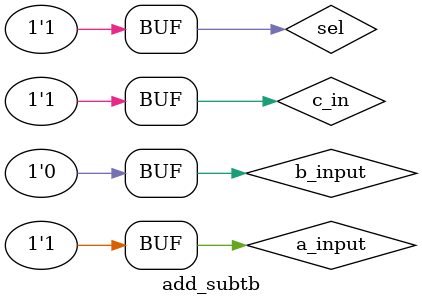
<source format=v>
module add_subtb;
reg a_input,b_input,sel,c_in;
wire sum,carry_out;

initial
  begin
   a_input=0;b_input=0;sel=0;c_in=0;
	#10
	a_input=1;b_input=1;sel=0;c_in=0;
	#10
	a_input=0;b_input=1;sel=0;c_in=0;
	#10
	a_input=1;b_input=0;sel=0;c_in=0;
	#10
	 a_input=0;b_input=0;sel=1;c_in=0;
	#10
	a_input=1;b_input=1;sel=1;c_in=0;
	#10
	a_input=0;b_input=1;sel=1;c_in=0;
	#10
	a_input=1;b_input=0;sel=1;c_in=0;
	#10
	a_input=0;b_input=0;sel=0;c_in=1;
	#10
	a_input=1;b_input=1;sel=0;c_in=1;
	#10
	a_input=0;b_input=1;sel=0;c_in=1;
	#10
	a_input=1;b_input=0;sel=0;c_in=1;
	#10
	a_input=0;b_input=0;sel=1;c_in=1;
	#10
	a_input=1;b_input=1;sel=1;c_in=1;
	#10
	a_input=0;b_input=1;sel=1;c_in=1;
	#10
	a_input=1;b_input=0;sel=1;c_in=1;
	
	end
	endmodule
	
	
</source>
